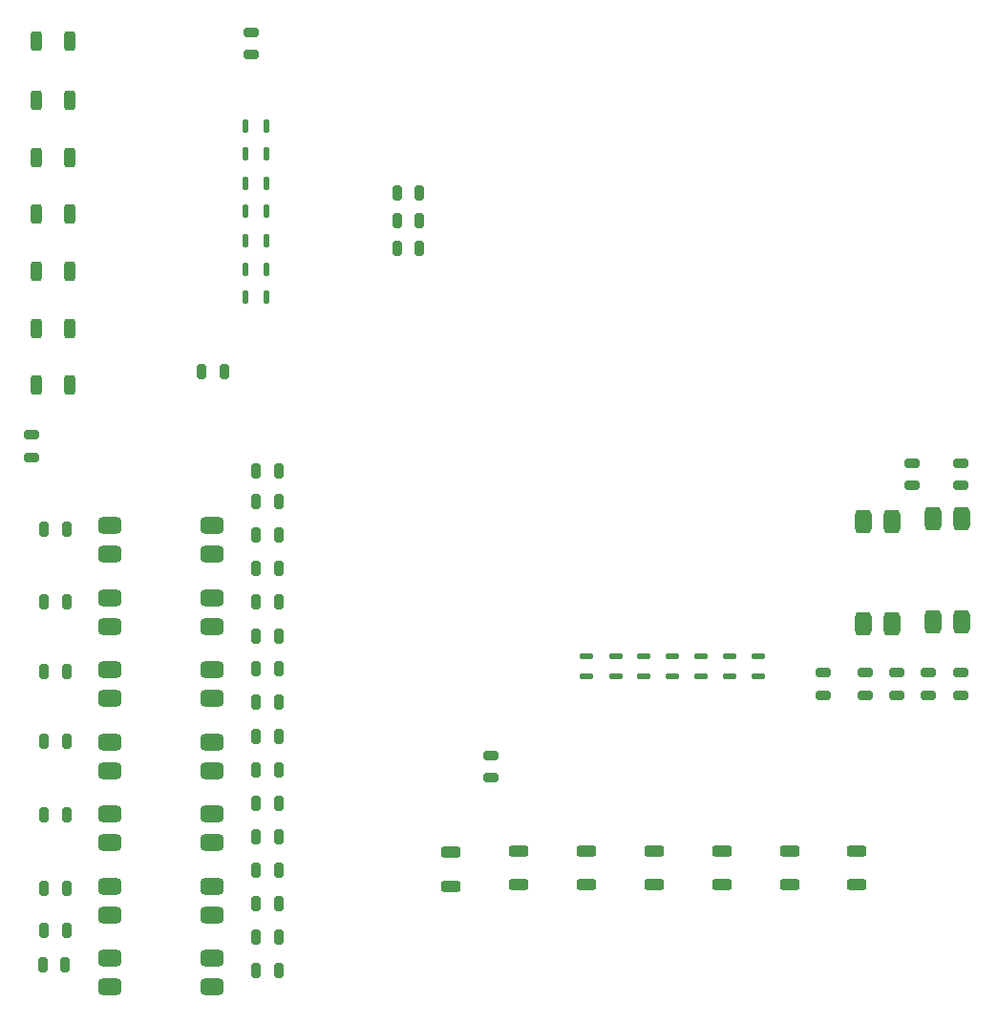
<source format=gtp>
G04 Layer_Color=8421504*
%FSLAX44Y44*%
%MOMM*%
G71*
G01*
G75*
G04:AMPARAMS|DCode=10|XSize=0.5mm|YSize=1.25mm|CornerRadius=0.125mm|HoleSize=0mm|Usage=FLASHONLY|Rotation=270.000|XOffset=0mm|YOffset=0mm|HoleType=Round|Shape=RoundedRectangle|*
%AMROUNDEDRECTD10*
21,1,0.5000,1.0000,0,0,270.0*
21,1,0.2500,1.2500,0,0,270.0*
1,1,0.2500,-0.5000,-0.1250*
1,1,0.2500,-0.5000,0.1250*
1,1,0.2500,0.5000,0.1250*
1,1,0.2500,0.5000,-0.1250*
%
%ADD10ROUNDEDRECTD10*%
G04:AMPARAMS|DCode=11|XSize=0.5mm|YSize=1.25mm|CornerRadius=0.125mm|HoleSize=0mm|Usage=FLASHONLY|Rotation=180.000|XOffset=0mm|YOffset=0mm|HoleType=Round|Shape=RoundedRectangle|*
%AMROUNDEDRECTD11*
21,1,0.5000,1.0000,0,0,180.0*
21,1,0.2500,1.2500,0,0,180.0*
1,1,0.2500,-0.1250,0.5000*
1,1,0.2500,0.1250,0.5000*
1,1,0.2500,0.1250,-0.5000*
1,1,0.2500,-0.1250,-0.5000*
%
%ADD11ROUNDEDRECTD11*%
G04:AMPARAMS|DCode=12|XSize=0.8mm|YSize=1.3mm|CornerRadius=0.2mm|HoleSize=0mm|Usage=FLASHONLY|Rotation=90.000|XOffset=0mm|YOffset=0mm|HoleType=Round|Shape=RoundedRectangle|*
%AMROUNDEDRECTD12*
21,1,0.8000,0.9000,0,0,90.0*
21,1,0.4000,1.3000,0,0,90.0*
1,1,0.4000,0.4500,0.2000*
1,1,0.4000,0.4500,-0.2000*
1,1,0.4000,-0.4500,-0.2000*
1,1,0.4000,-0.4500,0.2000*
%
%ADD12ROUNDEDRECTD12*%
G04:AMPARAMS|DCode=13|XSize=0.8mm|YSize=1.3mm|CornerRadius=0.2mm|HoleSize=0mm|Usage=FLASHONLY|Rotation=180.000|XOffset=0mm|YOffset=0mm|HoleType=Round|Shape=RoundedRectangle|*
%AMROUNDEDRECTD13*
21,1,0.8000,0.9000,0,0,180.0*
21,1,0.4000,1.3000,0,0,180.0*
1,1,0.4000,-0.2000,0.4500*
1,1,0.4000,0.2000,0.4500*
1,1,0.4000,0.2000,-0.4500*
1,1,0.4000,-0.2000,-0.4500*
%
%ADD13ROUNDEDRECTD13*%
G04:AMPARAMS|DCode=14|XSize=1.44mm|YSize=2.09mm|CornerRadius=0.36mm|HoleSize=0mm|Usage=FLASHONLY|Rotation=0.000|XOffset=0mm|YOffset=0mm|HoleType=Round|Shape=RoundedRectangle|*
%AMROUNDEDRECTD14*
21,1,1.4400,1.3700,0,0,0.0*
21,1,0.7200,2.0900,0,0,0.0*
1,1,0.7200,0.3600,-0.6850*
1,1,0.7200,-0.3600,-0.6850*
1,1,0.7200,-0.3600,0.6850*
1,1,0.7200,0.3600,0.6850*
%
%ADD14ROUNDEDRECTD14*%
G04:AMPARAMS|DCode=15|XSize=1.44mm|YSize=2.09mm|CornerRadius=0.36mm|HoleSize=0mm|Usage=FLASHONLY|Rotation=90.000|XOffset=0mm|YOffset=0mm|HoleType=Round|Shape=RoundedRectangle|*
%AMROUNDEDRECTD15*
21,1,1.4400,1.3700,0,0,90.0*
21,1,0.7200,2.0900,0,0,90.0*
1,1,0.7200,0.6850,0.3600*
1,1,0.7200,0.6850,-0.3600*
1,1,0.7200,-0.6850,-0.3600*
1,1,0.7200,-0.6850,0.3600*
%
%ADD15ROUNDEDRECTD15*%
G04:AMPARAMS|DCode=16|XSize=1mm|YSize=1.73mm|CornerRadius=0.25mm|HoleSize=0mm|Usage=FLASHONLY|Rotation=270.000|XOffset=0mm|YOffset=0mm|HoleType=Round|Shape=RoundedRectangle|*
%AMROUNDEDRECTD16*
21,1,1.0000,1.2300,0,0,270.0*
21,1,0.5000,1.7300,0,0,270.0*
1,1,0.5000,-0.6150,-0.2500*
1,1,0.5000,-0.6150,0.2500*
1,1,0.5000,0.6150,0.2500*
1,1,0.5000,0.6150,-0.2500*
%
%ADD16ROUNDEDRECTD16*%
G04:AMPARAMS|DCode=17|XSize=1mm|YSize=1.73mm|CornerRadius=0.25mm|HoleSize=0mm|Usage=FLASHONLY|Rotation=0.000|XOffset=0mm|YOffset=0mm|HoleType=Round|Shape=RoundedRectangle|*
%AMROUNDEDRECTD17*
21,1,1.0000,1.2300,0,0,0.0*
21,1,0.5000,1.7300,0,0,0.0*
1,1,0.5000,0.2500,-0.6150*
1,1,0.5000,-0.2500,-0.6150*
1,1,0.5000,-0.2500,0.6150*
1,1,0.5000,0.2500,0.6150*
%
%ADD17ROUNDEDRECTD17*%
D10*
X783000Y315000D02*
D03*
Y333000D02*
D03*
X758000Y315000D02*
D03*
Y333000D02*
D03*
X733000Y315000D02*
D03*
Y333000D02*
D03*
X707000Y315000D02*
D03*
Y333000D02*
D03*
X682000Y315000D02*
D03*
Y333000D02*
D03*
X657000Y315000D02*
D03*
Y333000D02*
D03*
X631000Y315000D02*
D03*
Y333000D02*
D03*
D11*
X329000Y651000D02*
D03*
X347000D02*
D03*
X329000Y676000D02*
D03*
X347000D02*
D03*
X329000Y701000D02*
D03*
X347000D02*
D03*
X329000Y727000D02*
D03*
X347000D02*
D03*
X329000Y752000D02*
D03*
X347000D02*
D03*
X329000Y778000D02*
D03*
X347000D02*
D03*
X329000Y803000D02*
D03*
X347000D02*
D03*
D12*
X934500Y318000D02*
D03*
Y298000D02*
D03*
X963000Y318000D02*
D03*
Y298000D02*
D03*
X878000Y318000D02*
D03*
Y298000D02*
D03*
X334000Y886000D02*
D03*
Y866000D02*
D03*
X906500Y298000D02*
D03*
Y318000D02*
D03*
X841000D02*
D03*
Y298000D02*
D03*
X920000Y504000D02*
D03*
Y484000D02*
D03*
X963000Y504000D02*
D03*
Y484000D02*
D03*
X546000Y245000D02*
D03*
Y225000D02*
D03*
X139000Y529000D02*
D03*
Y509000D02*
D03*
D13*
X463000Y719000D02*
D03*
X483000D02*
D03*
X463000Y743000D02*
D03*
X483000D02*
D03*
X463000Y694000D02*
D03*
X483000D02*
D03*
X358000Y497000D02*
D03*
X338000D02*
D03*
X338000Y470000D02*
D03*
X358000D02*
D03*
Y440285D02*
D03*
X338000D02*
D03*
Y410571D02*
D03*
X358000D02*
D03*
X338000Y54000D02*
D03*
X358000D02*
D03*
X338000Y83714D02*
D03*
X358000D02*
D03*
Y113428D02*
D03*
X338000D02*
D03*
Y143143D02*
D03*
X358000D02*
D03*
X338000Y172857D02*
D03*
X358000D02*
D03*
Y202571D02*
D03*
X338000D02*
D03*
X358000Y232286D02*
D03*
X338000D02*
D03*
Y262000D02*
D03*
X358000D02*
D03*
X338000Y291714D02*
D03*
X358000D02*
D03*
Y321428D02*
D03*
X338000D02*
D03*
X358028Y350893D02*
D03*
X338028D02*
D03*
X358000Y380857D02*
D03*
X338000D02*
D03*
X149000Y59000D02*
D03*
X169000D02*
D03*
X150000Y90000D02*
D03*
X170000D02*
D03*
Y127000D02*
D03*
X150000D02*
D03*
Y191850D02*
D03*
X170000D02*
D03*
Y257000D02*
D03*
X150000D02*
D03*
Y318850D02*
D03*
X170000D02*
D03*
Y381000D02*
D03*
X150000D02*
D03*
X170000Y445000D02*
D03*
X150000D02*
D03*
X310000Y585000D02*
D03*
X290000D02*
D03*
D14*
X901700Y452400D02*
D03*
X876300D02*
D03*
Y361600D02*
D03*
X901700D02*
D03*
X963700Y454400D02*
D03*
X938300D02*
D03*
Y363600D02*
D03*
X963700D02*
D03*
D15*
X208600Y448781D02*
D03*
Y423381D02*
D03*
X299400D02*
D03*
Y448781D02*
D03*
X208600Y384792D02*
D03*
Y359392D02*
D03*
X299400D02*
D03*
Y384792D02*
D03*
X208600Y320804D02*
D03*
Y295404D02*
D03*
X299400D02*
D03*
Y320804D02*
D03*
X208600Y256815D02*
D03*
Y231415D02*
D03*
X299400D02*
D03*
Y256815D02*
D03*
X208600Y192827D02*
D03*
Y167427D02*
D03*
X299400D02*
D03*
Y192827D02*
D03*
X208600Y128839D02*
D03*
Y103439D02*
D03*
X299400D02*
D03*
Y128839D02*
D03*
X208600Y64850D02*
D03*
Y39450D02*
D03*
X299400D02*
D03*
Y64850D02*
D03*
D16*
X511000Y129000D02*
D03*
Y159000D02*
D03*
X571000Y160000D02*
D03*
Y130000D02*
D03*
X631000Y160000D02*
D03*
Y130000D02*
D03*
X691000D02*
D03*
Y160000D02*
D03*
X751000D02*
D03*
Y130000D02*
D03*
X811000D02*
D03*
Y160000D02*
D03*
X871000D02*
D03*
Y130000D02*
D03*
D17*
X173000Y573000D02*
D03*
X143000D02*
D03*
X173000Y623500D02*
D03*
X143000D02*
D03*
Y674000D02*
D03*
X173000D02*
D03*
Y724500D02*
D03*
X143000D02*
D03*
Y775000D02*
D03*
X173000D02*
D03*
Y825500D02*
D03*
X143000D02*
D03*
Y878000D02*
D03*
X173000D02*
D03*
M02*

</source>
